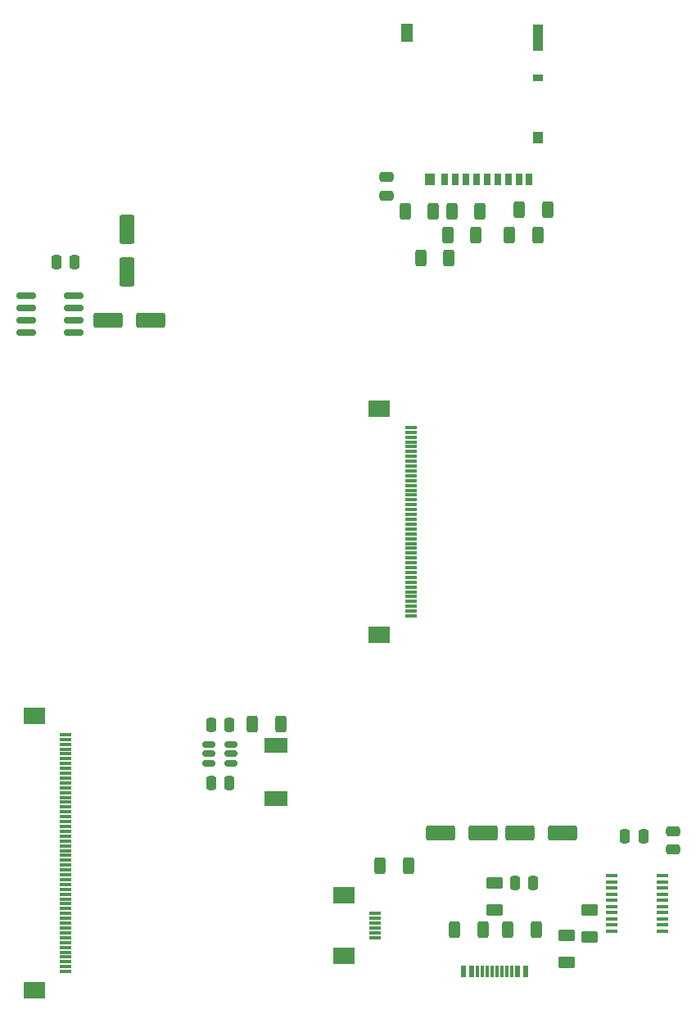
<source format=gbr>
%TF.GenerationSoftware,KiCad,Pcbnew,7.0.1*%
%TF.CreationDate,2023-08-09T19:54:46+10:00*%
%TF.ProjectId,STM32MP151_Dev_Board,53544d33-324d-4503-9135-315f4465765f,rev?*%
%TF.SameCoordinates,Original*%
%TF.FileFunction,Paste,Top*%
%TF.FilePolarity,Positive*%
%FSLAX46Y46*%
G04 Gerber Fmt 4.6, Leading zero omitted, Abs format (unit mm)*
G04 Created by KiCad (PCBNEW 7.0.1) date 2023-08-09 19:54:46*
%MOMM*%
%LPD*%
G01*
G04 APERTURE LIST*
G04 Aperture macros list*
%AMRoundRect*
0 Rectangle with rounded corners*
0 $1 Rounding radius*
0 $2 $3 $4 $5 $6 $7 $8 $9 X,Y pos of 4 corners*
0 Add a 4 corners polygon primitive as box body*
4,1,4,$2,$3,$4,$5,$6,$7,$8,$9,$2,$3,0*
0 Add four circle primitives for the rounded corners*
1,1,$1+$1,$2,$3*
1,1,$1+$1,$4,$5*
1,1,$1+$1,$6,$7*
1,1,$1+$1,$8,$9*
0 Add four rect primitives between the rounded corners*
20,1,$1+$1,$2,$3,$4,$5,0*
20,1,$1+$1,$4,$5,$6,$7,0*
20,1,$1+$1,$6,$7,$8,$9,0*
20,1,$1+$1,$8,$9,$2,$3,0*%
G04 Aperture macros list end*
%ADD10RoundRect,0.250000X-0.312500X-0.625000X0.312500X-0.625000X0.312500X0.625000X-0.312500X0.625000X0*%
%ADD11R,2.400000X1.500000*%
%ADD12RoundRect,0.250000X0.550000X-1.250000X0.550000X1.250000X-0.550000X1.250000X-0.550000X-1.250000X0*%
%ADD13RoundRect,0.250000X-0.250000X-0.475000X0.250000X-0.475000X0.250000X0.475000X-0.250000X0.475000X0*%
%ADD14RoundRect,0.250000X-1.250000X-0.550000X1.250000X-0.550000X1.250000X0.550000X-1.250000X0.550000X0*%
%ADD15RoundRect,0.250000X-0.625000X0.375000X-0.625000X-0.375000X0.625000X-0.375000X0.625000X0.375000X0*%
%ADD16R,1.300000X0.300000*%
%ADD17R,2.200000X1.800000*%
%ADD18R,0.600000X1.240000*%
%ADD19R,0.300000X1.240000*%
%ADD20RoundRect,0.150000X-0.825000X-0.150000X0.825000X-0.150000X0.825000X0.150000X-0.825000X0.150000X0*%
%ADD21RoundRect,0.250000X0.475000X-0.250000X0.475000X0.250000X-0.475000X0.250000X-0.475000X-0.250000X0*%
%ADD22RoundRect,0.150000X-0.512500X-0.150000X0.512500X-0.150000X0.512500X0.150000X-0.512500X0.150000X0*%
%ADD23RoundRect,0.250000X0.312500X0.625000X-0.312500X0.625000X-0.312500X-0.625000X0.312500X-0.625000X0*%
%ADD24R,0.700000X1.200000*%
%ADD25R,1.000000X1.200000*%
%ADD26R,1.000000X2.800000*%
%ADD27R,1.300000X1.900000*%
%ADD28R,1.000000X0.800000*%
%ADD29R,1.200000X0.400000*%
%ADD30RoundRect,0.250000X1.250000X0.550000X-1.250000X0.550000X-1.250000X-0.550000X1.250000X-0.550000X0*%
%ADD31RoundRect,0.250000X0.625000X-0.375000X0.625000X0.375000X-0.625000X0.375000X-0.625000X-0.375000X0*%
G04 APERTURE END LIST*
D10*
%TO.C,R3*%
X61737500Y-35200000D03*
X64662500Y-35200000D03*
%TD*%
%TO.C,R7*%
X58537500Y-40000000D03*
X61462500Y-40000000D03*
%TD*%
D11*
%TO.C,L1*%
X43600000Y-95900000D03*
X43600000Y-90400000D03*
%TD*%
D12*
%TO.C,C2*%
X28200000Y-41400000D03*
X28200000Y-37000000D03*
%TD*%
D13*
%TO.C,C1*%
X20850000Y-40400000D03*
X22750000Y-40400000D03*
%TD*%
%TO.C,C4*%
X36850000Y-94250000D03*
X38750000Y-94250000D03*
%TD*%
D14*
%TO.C,C9*%
X60600000Y-99400000D03*
X65000000Y-99400000D03*
%TD*%
D15*
%TO.C,D2*%
X76000000Y-107400000D03*
X76000000Y-110200000D03*
%TD*%
D16*
%TO.C,J11*%
X53850000Y-107750000D03*
X53850000Y-108250000D03*
X53850000Y-108750000D03*
X53850000Y-109250000D03*
X53850000Y-109750000D03*
X53850000Y-110250000D03*
D17*
X50600000Y-105850000D03*
X50600000Y-112150000D03*
%TD*%
D18*
%TO.C,J12*%
X62980000Y-113700000D03*
X63780000Y-113700000D03*
D19*
X64930000Y-113700000D03*
X65930000Y-113700000D03*
X66430000Y-113700000D03*
X67430000Y-113700000D03*
D18*
X68580000Y-113700000D03*
X69380000Y-113700000D03*
X69380000Y-113700000D03*
X68580000Y-113700000D03*
D19*
X67930000Y-113700000D03*
X66930000Y-113700000D03*
X65430000Y-113700000D03*
X64430000Y-113700000D03*
D18*
X63780000Y-113700000D03*
X62980000Y-113700000D03*
%TD*%
D13*
%TO.C,C10*%
X68250000Y-104600000D03*
X70150000Y-104600000D03*
%TD*%
D10*
%TO.C,R4*%
X61337500Y-37600000D03*
X64262500Y-37600000D03*
%TD*%
D20*
%TO.C,U3*%
X17725000Y-43895000D03*
X17725000Y-45165000D03*
X17725000Y-46435000D03*
X17725000Y-47705000D03*
X22675000Y-47705000D03*
X22675000Y-46435000D03*
X22675000Y-45165000D03*
X22675000Y-43895000D03*
%TD*%
D21*
%TO.C,C11*%
X84600000Y-101150000D03*
X84600000Y-99250000D03*
%TD*%
D16*
%TO.C,J9*%
X57500000Y-77000000D03*
X57500000Y-76500000D03*
X57500000Y-76000000D03*
X57500000Y-75500000D03*
X57500000Y-75000000D03*
X57500000Y-74500000D03*
X57500000Y-74000000D03*
X57500000Y-73500000D03*
X57500000Y-73000000D03*
X57500000Y-72500000D03*
X57500000Y-72000000D03*
X57500000Y-71500000D03*
X57500000Y-71000000D03*
X57500000Y-70500000D03*
X57500000Y-70000000D03*
X57500000Y-69500000D03*
X57500000Y-69000000D03*
X57500000Y-68500000D03*
X57500000Y-68000000D03*
X57500000Y-67500000D03*
X57500000Y-67000000D03*
X57500000Y-66500000D03*
X57500000Y-66000000D03*
X57500000Y-65500000D03*
X57500000Y-65000000D03*
X57500000Y-64500000D03*
X57500000Y-64000000D03*
X57500000Y-63500000D03*
X57500000Y-63000000D03*
X57500000Y-62500000D03*
X57500000Y-62000000D03*
X57500000Y-61500000D03*
X57500000Y-61000000D03*
X57500000Y-60500000D03*
X57500000Y-60000000D03*
X57500000Y-59500000D03*
X57500000Y-59000000D03*
X57500000Y-58500000D03*
X57500000Y-58000000D03*
X57500000Y-57500000D03*
D17*
X54250000Y-55600000D03*
X54250000Y-78900000D03*
%TD*%
D22*
%TO.C,U6*%
X36662500Y-90300000D03*
X36662500Y-91250000D03*
X36662500Y-92200000D03*
X38937500Y-92200000D03*
X38937500Y-91250000D03*
X38937500Y-90300000D03*
%TD*%
D14*
%TO.C,C3*%
X26200000Y-46400000D03*
X30600000Y-46400000D03*
%TD*%
D23*
%TO.C,R17*%
X64962500Y-109425000D03*
X62037500Y-109425000D03*
%TD*%
D24*
%TO.C,J5*%
X61037500Y-31837500D03*
X62137500Y-31837500D03*
X63237500Y-31837500D03*
X64337500Y-31837500D03*
X65437500Y-31837500D03*
X66537500Y-31837500D03*
X67637500Y-31837500D03*
X68737500Y-31837500D03*
D25*
X70637500Y-27537500D03*
D26*
X70637500Y-17187500D03*
D27*
X57137500Y-16737500D03*
D25*
X59487500Y-31837500D03*
D28*
X70637500Y-21337500D03*
D24*
X69687500Y-31837500D03*
%TD*%
D29*
%TO.C,U2*%
X78300000Y-103865000D03*
X78300000Y-104500000D03*
X78300000Y-105135000D03*
X78300000Y-105770000D03*
X78300000Y-106405000D03*
X78300000Y-107040000D03*
X78300000Y-107675000D03*
X78300000Y-108310000D03*
X78300000Y-108945000D03*
X78300000Y-109580000D03*
X83500000Y-109580000D03*
X83500000Y-108945000D03*
X83500000Y-108310000D03*
X83500000Y-107675000D03*
X83500000Y-107040000D03*
X83500000Y-106405000D03*
X83500000Y-105770000D03*
X83500000Y-105135000D03*
X83500000Y-104500000D03*
X83500000Y-103865000D03*
%TD*%
D21*
%TO.C,C15*%
X55000000Y-33550000D03*
X55000000Y-31650000D03*
%TD*%
D30*
%TO.C,C13*%
X73200000Y-99400000D03*
X68800000Y-99400000D03*
%TD*%
D23*
%TO.C,R8*%
X71662500Y-35000000D03*
X68737500Y-35000000D03*
%TD*%
%TO.C,R15*%
X44062500Y-88200000D03*
X41137500Y-88200000D03*
%TD*%
D15*
%TO.C,D3*%
X73600000Y-110000000D03*
X73600000Y-112800000D03*
%TD*%
D31*
%TO.C,F1*%
X66200000Y-107400000D03*
X66200000Y-104600000D03*
%TD*%
D23*
%TO.C,R9*%
X57262500Y-102800000D03*
X54337500Y-102800000D03*
%TD*%
%TO.C,R5*%
X70662500Y-37600000D03*
X67737500Y-37600000D03*
%TD*%
D16*
%TO.C,J1*%
X21800000Y-113750000D03*
X21800000Y-113250000D03*
X21800000Y-112750000D03*
X21800000Y-112250000D03*
X21800000Y-111750000D03*
X21800000Y-111250000D03*
X21800000Y-110750000D03*
X21800000Y-110250000D03*
X21800000Y-109750000D03*
X21800000Y-109250000D03*
X21800000Y-108750000D03*
X21800000Y-108250000D03*
X21800000Y-107750000D03*
X21800000Y-107250000D03*
X21800000Y-106750000D03*
X21800000Y-106250000D03*
X21800000Y-105750000D03*
X21800000Y-105250000D03*
X21800000Y-104750000D03*
X21800000Y-104250000D03*
X21800000Y-103750000D03*
X21800000Y-103250000D03*
X21800000Y-102750000D03*
X21800000Y-102250000D03*
X21800000Y-101750000D03*
X21800000Y-101250000D03*
X21800000Y-100750000D03*
X21800000Y-100250000D03*
X21800000Y-99750000D03*
X21800000Y-99250000D03*
X21800000Y-98750000D03*
X21800000Y-98250000D03*
X21800000Y-97750000D03*
X21800000Y-97250000D03*
X21800000Y-96750000D03*
X21800000Y-96250000D03*
X21800000Y-95750000D03*
X21800000Y-95250000D03*
X21800000Y-94750000D03*
X21800000Y-94250000D03*
X21800000Y-93750000D03*
X21800000Y-93250000D03*
X21800000Y-92750000D03*
X21800000Y-92250000D03*
X21800000Y-91750000D03*
X21800000Y-91250000D03*
X21800000Y-90750000D03*
X21800000Y-90250000D03*
X21800000Y-89750000D03*
X21800000Y-89250000D03*
D17*
X18550000Y-87350000D03*
X18550000Y-115650000D03*
%TD*%
D13*
%TO.C,C21*%
X79650000Y-99800000D03*
X81550000Y-99800000D03*
%TD*%
D10*
%TO.C,R6*%
X56937500Y-35200000D03*
X59862500Y-35200000D03*
%TD*%
%TO.C,R16*%
X67537500Y-109425000D03*
X70462500Y-109425000D03*
%TD*%
D13*
%TO.C,C5*%
X36850000Y-88250000D03*
X38750000Y-88250000D03*
%TD*%
M02*

</source>
